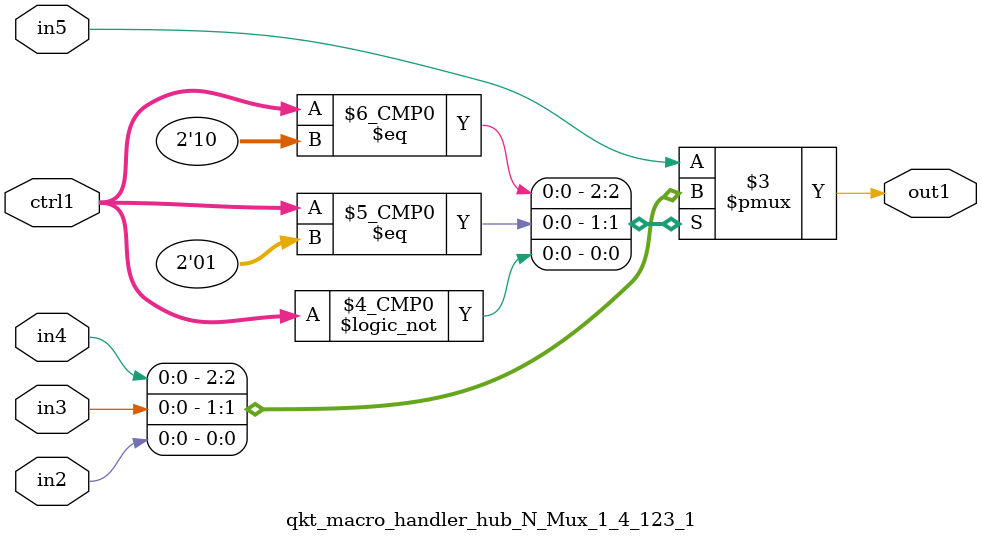
<source format=v>

`timescale 1ps / 1ps


module qkt_macro_handler_hub_N_Mux_1_4_123_1( in5, in4, in3, in2, ctrl1, out1 );

    input in5;
    input in4;
    input in3;
    input in2;
    input [1:0] ctrl1;
    output out1;
    reg out1;

    
    // rtl_process:qkt_macro_handler_hub_N_Mux_1_4_123_1/qkt_macro_handler_hub_N_Mux_1_4_123_1_thread_1
    always @*
      begin : qkt_macro_handler_hub_N_Mux_1_4_123_1_thread_1
        case (ctrl1) 
          2'd2: 
            begin
              out1 = in4;
            end
          2'd1: 
            begin
              out1 = in3;
            end
          2'd0: 
            begin
              out1 = in2;
            end
          default: 
            begin
              out1 = in5;
            end
        endcase
      end

endmodule


</source>
